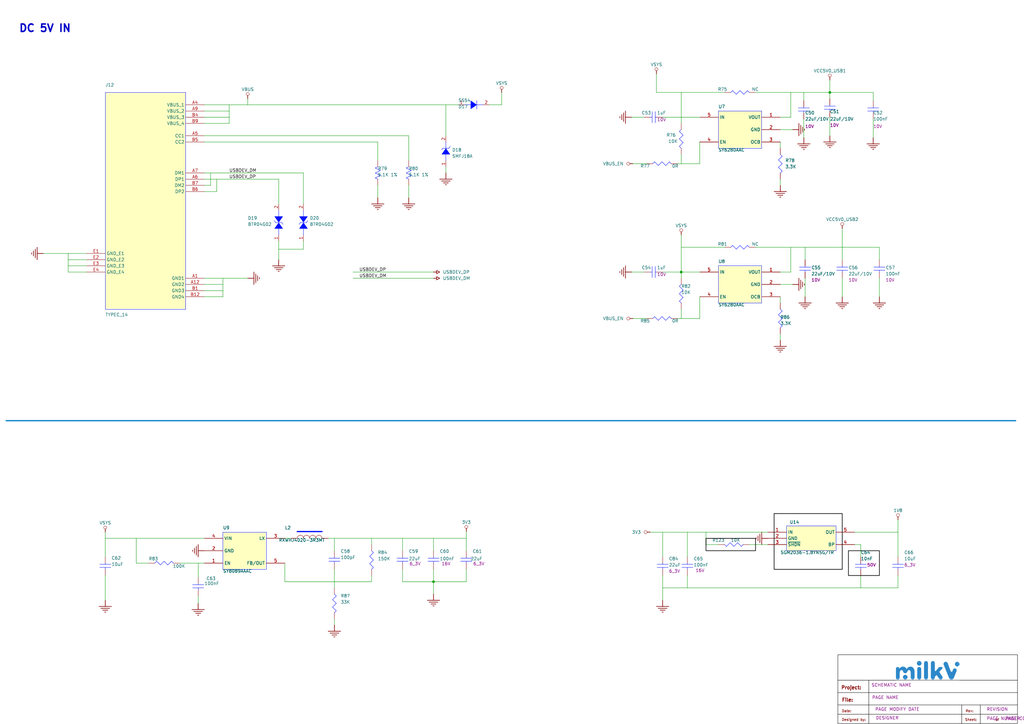
<source format=kicad_sch>
(kicad_sch (version 20250114) (generator "eeschema") (generator_version "9.0")
  (paper "User" 419.989 297.002)
  (title_block (rev "1.1"))
  (rectangle (start 345.44 210.6422) (end 317.5 233.5022) (stroke (width 0.254) (color 0 0 0 1)))
  (rectangle (start 360.68 225.8822) (end 347.98 236.0422) (stroke (width 0.254) (color 0 0 0 1)))
  (rectangle (start 309.88 220.8022) (end 289.56 225.8822) (stroke (width 0.254) (color 0 0 0 1)))
  (text "DC 5V IN" (at 7.62 13.5382 0) (effects (font (size 3.048 3.048) (thickness 0.6096) (bold yes)) (justify left bottom)))
  (junction (at 340.36 37.9222))
  (junction (at 279.4 111.5822))
  (junction (at 177.8 238.5822))
  (wire (pts (xy 55.88 220.8022) (xy 43.18 220.8022)))
  (wire (pts (xy 329.692 41.2242) (xy 329.692 37.9222)))
  (wire (pts (xy 200.66 43.0022) (xy 205.74 43.0022)))
  (wire (pts (xy 165.1 238.5822) (xy 165.1 233.5022)))
  (wire (pts (xy 27.94 109.0422) (xy 27.94 111.5822)))
  (wire (pts (xy 277.876 67.1322) (xy 279.4 67.1322)))
  (wire (pts (xy 83.82 43.0022) (xy 101.6 43.0022)))
  (wire (pts (xy 177.8 233.5022) (xy 177.8 238.5822)))
  (wire (pts (xy 91.44 116.6622) (xy 83.82 116.6622)))
  (wire (pts (xy 345.44 121.7422) (xy 345.44 114.1222)))
  (wire (pts (xy 177.8 238.5822) (xy 191.262 238.5822)))
  (wire (pts (xy 279.4 111.5822) (xy 271.78 111.5822)))
  (wire (pts (xy 177.8 220.8022) (xy 165.1 220.8022)))
  (wire (pts (xy 320.04 76.0222) (xy 320.04 73.4822)))
  (wire (pts (xy 329.692 56.4642) (xy 329.692 48.8442)))
  (wire (pts (xy 91.44 119.2022) (xy 91.44 121.7422)))
  (wire (pts (xy 152.4 220.8022) (xy 165.1 220.8022)))
  (wire (pts (xy 265.176 67.1322) (xy 259.588 67.1322)))
  (wire (pts (xy 27.94 103.9622) (xy 27.94 106.5022)))
  (wire (pts (xy 116.84 238.5822) (xy 116.84 230.9622)))
  (wire (pts (xy 177.8 238.5822) (xy 165.1 238.5822)))
  (wire (pts (xy 264.16 111.5822) (xy 259.08 111.5822)))
  (wire (pts (xy 289.56 218.2622) (xy 281.94 218.2622)))
  (wire (pts (xy 154.94 58.2422) (xy 83.82 58.2422)))
  (wire (pts (xy 27.94 106.5022) (xy 27.94 109.0422)))
  (wire (pts (xy 91.44 114.1222) (xy 91.44 116.6622)))
  (wire (pts (xy 124.46 102.1842) (xy 124.46 98.8822)))
  (wire (pts (xy 152.4 223.3422) (xy 152.4 220.8022)))
  (wire (pts (xy 167.64 65.8622) (xy 167.64 55.7022)))
  (wire (pts (xy 266.7 218.2622) (xy 281.94 218.2622)))
  (wire (pts (xy 152.4 238.5822) (xy 137.16 238.5822)))
  (wire (pts (xy 137.16 225.8822) (xy 137.16 220.8022)))
  (wire (pts (xy 345.44 101.4222) (xy 360.68 101.4222)))
  (wire (pts (xy 289.56 223.3422) (xy 289.56 218.2622)))
  (wire (pts (xy 320.04 60.7822) (xy 320.04 58.2422)))
  (wire (pts (xy 287.02 111.5822) (xy 279.4 111.5822)))
  (wire (pts (xy 177.8 114.1222) (xy 144.78 114.1222)))
  (wire (pts (xy 154.94 65.8622) (xy 154.94 58.2422)))
  (wire (pts (xy 297.18 101.4222) (xy 279.4 101.4222)))
  (wire (pts (xy 360.68 121.7422) (xy 360.68 114.1222)))
  (wire (pts (xy 353.06 241.1222) (xy 353.06 236.0422)))
  (wire (pts (xy 324.358 101.4222) (xy 309.88 101.4222)))
  (wire (pts (xy 265.176 130.6322) (xy 259.588 130.6322)))
  (wire (pts (xy 325.12 116.6622) (xy 320.04 116.6622)))
  (wire (pts (xy 101.6 43.0022) (xy 187.96 43.0022)))
  (wire (pts (xy 350.52 218.2622) (xy 368.3 218.2622)))
  (wire (pts (xy 134.62 220.8022) (xy 152.4 220.8022)))
  (wire (pts (xy 294.64 223.3422) (xy 289.56 223.3422)))
  (wire (pts (xy 114.3 102.1842) (xy 124.46 102.1842)))
  (wire (pts (xy 279.4 130.6322) (xy 287.02 130.6322)))
  (wire (pts (xy 287.02 130.6322) (xy 287.02 121.7422)))
  (wire (pts (xy 324.358 48.0822) (xy 320.04 48.0822)))
  (wire (pts (xy 368.3 241.1222) (xy 368.3 236.0422)))
  (wire (pts (xy 119.38 220.8022) (xy 116.84 220.8022)))
  (wire (pts (xy 279.4 114.1222) (xy 279.4 111.5822)))
  (wire (pts (xy 93.98 48.0822) (xy 93.98 45.5422)))
  (wire (pts (xy 88.9 73.4822) (xy 88.9 78.5622)))
  (wire (pts (xy 191.262 220.8022) (xy 191.262 218.0082)))
  (wire (pts (xy 93.98 45.5422) (xy 83.82 45.5422)))
  (wire (pts (xy 27.94 106.5022) (xy 35.56 106.5022)))
  (wire (pts (xy 114.3 102.1842) (xy 114.3 98.8822)))
  (wire (pts (xy 83.82 73.4822) (xy 114.3 73.4822)))
  (wire (pts (xy 279.4 67.1322) (xy 287.02 67.1322)))
  (wire (pts (xy 83.82 70.9422) (xy 124.46 70.9422)))
  (wire (pts (xy 330.2 101.4222) (xy 345.44 101.4222)))
  (wire (pts (xy 279.4 48.0822) (xy 287.02 48.0822)))
  (wire (pts (xy 345.44 106.5022) (xy 345.44 93.8022)))
  (wire (pts (xy 281.94 241.1222) (xy 281.94 236.0422)))
  (wire (pts (xy 177.8 243.6622) (xy 177.8 238.5822)))
  (wire (pts (xy 55.88 230.9622) (xy 55.88 220.8022)))
  (wire (pts (xy 81.28 236.8042) (xy 81.28 230.9622)))
  (wire (pts (xy 320.04 124.2822) (xy 320.04 121.7422)))
  (wire (pts (xy 340.36 37.9222) (xy 340.36 40.4622)))
  (wire (pts (xy 124.46 70.9422) (xy 124.46 83.6422)))
  (wire (pts (xy 182.88 55.7022) (xy 182.88 43.0022)))
  (wire (pts (xy 167.64 55.7022) (xy 83.82 55.7022)))
  (wire (pts (xy 281.94 241.1222) (xy 353.06 241.1222)))
  (wire (pts (xy 269.24 37.9222) (xy 269.24 30.3022)))
  (wire (pts (xy 271.78 241.1222) (xy 281.94 241.1222)))
  (wire (pts (xy 358.14 41.2242) (xy 358.14 37.9222)))
  (wire (pts (xy 271.78 246.2022) (xy 271.78 241.1222)))
  (wire (pts (xy 191.262 225.8822) (xy 191.262 220.8022)))
  (wire (pts (xy 324.358 101.4222) (xy 324.358 111.5822)))
  (wire (pts (xy 93.98 43.0022) (xy 93.98 45.5422)))
  (wire (pts (xy 277.876 130.6322) (xy 279.4 130.6322)))
  (wire (pts (xy 281.94 218.2622) (xy 281.94 228.4222)))
  (wire (pts (xy 271.78 228.4222) (xy 271.78 218.2622)))
  (wire (pts (xy 86.36 76.0222) (xy 83.82 76.0222)))
  (wire (pts (xy 279.4 130.6322) (xy 279.4 126.8222)))
  (wire (pts (xy 279.4 37.9222) (xy 279.4 48.0822)))
  (wire (pts (xy 43.18 220.8022) (xy 43.18 218.2622)))
  (wire (pts (xy 93.98 50.6222) (xy 83.82 50.6222)))
  (wire (pts (xy 360.68 101.4222) (xy 360.68 106.5022)))
  (wire (pts (xy 330.2 101.4222) (xy 324.358 101.4222)))
  (wire (pts (xy 297.18 37.9222) (xy 269.24 37.9222)))
  (wire (pts (xy 88.9 78.5622) (xy 83.82 78.5622)))
  (wire (pts (xy 330.2 121.7422) (xy 330.2 114.1222)))
  (wire (pts (xy 177.8 225.8822) (xy 177.8 220.8022)))
  (wire (pts (xy 205.74 43.0022) (xy 205.74 37.9222)))
  (wire (pts (xy 17.78 103.9622) (xy 35.56 103.9622)))
  (wire (pts (xy 353.06 223.3422) (xy 350.52 223.3422)))
  (wire (pts (xy 329.692 37.9222) (xy 340.36 37.9222)))
  (wire (pts (xy 101.6 40.4622) (xy 101.6 43.0022)))
  (wire (pts (xy 324.358 37.9222) (xy 309.88 37.9222)))
  (wire (pts (xy 279.4 50.6222) (xy 279.4 48.0822)))
  (wire (pts (xy 27.94 111.5822) (xy 35.56 111.5822)))
  (wire (pts (xy 27.94 109.0422) (xy 35.56 109.0422)))
  (wire (pts (xy 114.3 73.4822) (xy 114.3 83.6422)))
  (wire (pts (xy 167.64 81.1022) (xy 167.64 76.0222)))
  (wire (pts (xy 287.02 67.1322) (xy 287.02 58.2422)))
  (wire (pts (xy 91.44 119.2022) (xy 83.82 119.2022)))
  (wire (pts (xy 165.1 220.8022) (xy 165.1 225.8822)))
  (wire (pts (xy 314.96 218.2622) (xy 289.56 218.2622)))
  (wire (pts (xy 152.4 236.0422) (xy 152.4 238.5822)))
  (wire (pts (xy 43.18 228.4222) (xy 43.18 220.8022)))
  (wire (pts (xy 114.3 106.5022) (xy 114.3 102.1842)))
  (wire (pts (xy 137.16 238.5822) (xy 137.16 233.5022)))
  (wire (pts (xy 191.262 238.5822) (xy 191.262 233.5022)))
  (wire (pts (xy 324.358 111.5822) (xy 320.04 111.5822)))
  (wire (pts (xy 73.66 230.9622) (xy 83.82 230.9622)))
  (wire (pts (xy 353.06 241.1222) (xy 368.3 241.1222)))
  (wire (pts (xy 137.16 256.3622) (xy 137.16 253.8222)))
  (wire (pts (xy 358.14 56.4642) (xy 358.14 48.8442)))
  (wire (pts (xy 320.04 139.5222) (xy 320.04 136.9822)))
  (polyline (pts (xy 2.54 172.5422) (xy 416.56 172.5422)) (stroke (width 0.508) (type solid) (color 0 130 198 1)))
  (wire (pts (xy 83.82 48.0822) (xy 93.98 48.0822)))
  (wire (pts (xy 93.98 48.0822) (xy 93.98 50.6222)))
  (wire (pts (xy 368.3 228.4222) (xy 368.3 218.2622)))
  (wire (pts (xy 368.3 218.2622) (xy 368.3 213.1822)))
  (wire (pts (xy 91.44 116.6622) (xy 91.44 119.2022)))
  (wire (pts (xy 177.8 111.5822) (xy 144.78 111.5822)))
  (wire (pts (xy 43.18 246.2022) (xy 43.18 236.0422)))
  (wire (pts (xy 279.4 111.5822) (xy 279.4 96.3422)))
  (wire (pts (xy 91.44 121.7422) (xy 83.82 121.7422)))
  (wire (pts (xy 340.36 55.7022) (xy 340.36 48.0822)))
  (wire (pts (xy 329.692 37.9222) (xy 324.358 37.9222)))
  (wire (pts (xy 353.06 228.4222) (xy 353.06 223.3422)))
  (wire (pts (xy 264.16 48.0822) (xy 259.08 48.0822)))
  (wire (pts (xy 137.16 238.5822) (xy 116.84 238.5822)))
  (wire (pts (xy 330.2 106.5022) (xy 330.2 101.4222)))
  (wire (pts (xy 324.358 37.9222) (xy 324.358 48.0822)))
  (wire (pts (xy 60.96 230.9622) (xy 55.88 230.9622)))
  (wire (pts (xy 340.36 37.9222) (xy 340.36 32.8422)))
  (wire (pts (xy 325.12 53.1622) (xy 320.04 53.1622)))
  (wire (pts (xy 314.96 223.3422) (xy 307.34 223.3422)))
  (wire (pts (xy 86.36 70.9422) (xy 86.36 76.0222)))
  (wire (pts (xy 358.14 37.9222) (xy 340.36 37.9222)))
  (wire (pts (xy 154.94 81.1022) (xy 154.94 76.0222)))
  (wire (pts (xy 271.78 236.0422) (xy 271.78 241.1222)))
  (wire (pts (xy 182.88 70.9422) (xy 182.88 68.4022)))
  (wire (pts (xy 137.16 241.1222) (xy 137.16 238.5822)))
  (wire (pts (xy 55.88 220.8022) (xy 83.82 220.8022)))
  (wire (pts (xy 279.4 48.0822) (xy 271.78 48.0822)))
  (wire (pts (xy 83.82 114.1222) (xy 101.6 114.1222)))
  (wire (pts (xy 191.262 220.8022) (xy 177.8 220.8022)))
  (wire (pts (xy 81.28 247.4722) (xy 81.28 244.4242)))
  (wire (pts (xy 279.4 67.1322) (xy 279.4 63.3222)))
  (image (at 380.492 274.9042) (scale 0.289394))
  (label "USBDEV_DM" (at 93.98 70.9422 0))
  (label "USBDEV_DP" (at 93.98 73.4822 0))
  (label "USBDEV_DM" (at 147.32 114.1222 0))
  (label "USBDEV_DP" (at 147.32 111.5822 0))
  (symbol (lib_id "MN-Milk V -altium-import:VSYS_CIRCLE") (at 279.4 96.3422 180) (unit 1)
    (property "Reference" "#PWR?" (effects (hide yes)))
    (property "Value" "VSYS" (at 279.4 92.5322 0))
  )
  (symbol (lib_id "MN-Milk V -altium-import:GND_POWER_GROUND") (at 314.96 220.8022 270) (unit 1)
    (property "Reference" "#PWR?" (effects (hide yes)))
    (property "Value" "GND" (effects (hide yes)))
  )
  (symbol (lib_id "MN-Milk V -altium-import:root_0_CAP NP_0_*") (at 355.6 43.7642 0) (unit 0)
    (property "Reference" "C52" (at 358.14 45.5422 0) (effects (justify left top)))
    (property "Value" "100nF" (at 358.14 48.0822 0) (effects (justify left top)))
    (property "Footprint" "C0402" (effects (hide yes)))
    (property "Description" "cap,100.00nF,+/-10%,10V,X5R,C0402" (effects (hide yes)))
    (property "VOLTAGE" "10V" (at 358.14 51.1302 0) (effects (justify left top)))
    (property "PCB FOOTPRINT" "C0402" (effects (hide yes)))
    (property "DIELECTRIC" "X5R" (effects (hide yes)))
    (property "PART REFERENCE" "C52" (effects (hide yes)))
    (property "ALTIUM_VALUE" "100nF" (effects (hide yes)))
    (property "PRIORITY" "A" (effects (hide yes)))
    (property "PART TYPE" "C0402" (effects (hide yes)))
    (property "TOLERANCE" "10%" (effects (hide yes)))
    (property "MANUFACTURER" "TDK" (effects (hide yes)))
    (property "MANUFACTURER PN" "C1005X5R1A104K050BA" (effects (hide yes)))
  )
  (symbol (lib_id "MN-Milk V -altium-import:root_1_RESISTOR_2_*") (at 299.72 40.4622 0) (unit 0)
    (property "Reference" "R75" (at 294.386 35.8902 0) (effects (justify left top)))
    (property "Value" "NC" (at 308.356 35.8902 0) (effects (justify left top)))
    (property "Footprint" "R0402" (effects (hide yes)))
    (property "Description" "Í¨ÓÃºñÄ¤µç×è,10K,+/-5%,R0402,1/16W." (effects (hide yes)))
    (property "PCB FOOTPRINT" "R0805" (effects (hide yes)))
    (property "TOLERANCE" "5%" (effects (hide yes)))
    (property "PART REFERENCE" "R75" (effects (hide yes)))
    (property "ALTIUM_VALUE" "NC" (effects (hide yes)))
    (property "PRIORITY" "A" (effects (hide yes)))
    (property "PART TYPE" "Í¨ÓÃºñÄ¤µç×è" (effects (hide yes)))
    (property "WATTAGE" "1/16W" (effects (hide yes)))
    (property "MANUFACTURER" "YAGEO" (effects (hide yes)))
    (property "MANUFACTURER PN" "RC0402JR-0710KL" (effects (hide yes)))
  )
  (symbol (lib_id "MN-Milk V -altium-import:GND_POWER_GROUND") (at 154.94 81.1022 0) (unit 1)
    (property "Reference" "#PWR?" (effects (hide yes)))
    (property "Value" "GND" (effects (hide yes)))
  )
  (symbol (lib_id "MN-Milk V -altium-import:root_0_CAP NP_0_*") (at 350.52 230.9622 0) (unit 0)
    (property "Reference" "C64" (at 353.06 225.8822 0) (effects (justify left top)))
    (property "Value" "10nF" (at 353.06 228.4222 0) (effects (justify left top)))
    (property "Footprint" "C0402" (effects (hide yes)))
    (property "Description" "cap,100.00nF,+/-10%,16V,X5R,C0402" (effects (hide yes)))
    (property "VOLTAGE" "50V" (at 355.6 230.9622 0) (effects (justify left top)))
    (property "PCB FOOTPRINT" "C0402" (effects (hide yes)))
    (property "DIELECTRIC" "X5R" (effects (hide yes)))
    (property "PART REFERENCE" "C64" (effects (hide yes)))
    (property "ALTIUM_VALUE" "10nF" (effects (hide yes)))
    (property "PRIORITY" "A" (effects (hide yes)))
    (property "PART TYPE" "C0402" (effects (hide yes)))
    (property "TOLERANCE" "10%" (effects (hide yes)))
    (property "MANUFACTURER" "TDK" (effects (hide yes)))
    (property "MANUFACTURER PN" "C1005X5R1C104K050BA" (effects (hide yes)))
  )
  (symbol (lib_id "MN-Milk V -altium-import:root_0_mirrored_CAP NP_0_*") (at 274.32 230.9622 0) (unit 0)
    (property "Reference" "C84" (at 274.32 228.4222 0) (effects (justify left top)))
    (property "Value" "22uF" (at 274.32 230.9622 0) (effects (justify left top)))
    (property "Footprint" "C0603" (effects (hide yes)))
    (property "Description" "cap,10.00uF,+/-10%,6.3V,X5R,C0603" (effects (hide yes)))
    (property "VOLTAGE" "6_3V" (at 274.32 233.5022 0) (effects (justify left top)))
    (property "PCB FOOTPRINT" "C0603" (effects (hide yes)))
    (property "DIELECTRIC" "X5R" (effects (hide yes)))
    (property "PART REFERENCE" "C84" (effects (hide yes)))
    (property "ALTIUM_VALUE" "22uF" (effects (hide yes)))
    (property "PRIORITY" "A" (effects (hide yes)))
    (property "PART TYPE" "C0603" (effects (hide yes)))
    (property "TOLERANCE" "10%" (effects (hide yes)))
    (property "MANUFACTURER" "TDK" (effects (hide yes)))
    (property "MANUFACTURER PN" "C1608X5R0J106K080AB" (effects (hide yes)))
  )
  (symbol (lib_id "MN-Milk V -altium-import:root_1_mirrored_RESISTOR_0_*") (at 275.336 69.6722 0) (unit 0)
    (property "Reference" "R77" (at 262.636 67.3862 0) (effects (justify left top)))
    (property "Value" "0R" (at 275.59 67.3862 0) (effects (justify left top)))
    (property "Footprint" "R0402" (effects (hide yes)))
    (property "Description" "Í¨ÓÃºñÄ¤µç×è,0R,+/-5%,R0402,1/16W." (effects (hide yes)))
    (property "PCB FOOTPRINT" "R0402" (effects (hide yes)))
    (property "TOLERANCE" "5%" (effects (hide yes)))
    (property "PART REFERENCE" "R77" (effects (hide yes)))
    (property "ALTIUM_VALUE" "0R" (effects (hide yes)))
    (property "PRIORITY" "A" (effects (hide yes)))
    (property "PART TYPE" "Í¨ÓÃºñÄ¤µç×è" (effects (hide yes)))
    (property "WATTAGE" "1/16W" (effects (hide yes)))
    (property "MANUFACTURER" "YAGEO" (effects (hide yes)))
    (property "MANUFACTURER PN" "RC0402JR-070RL" (effects (hide yes)))
  )
  (symbol (lib_id "MN-Milk V -altium-import:root_0_MILK-V_*") (at 343.662 268.5542 0) (unit 0)
    (property "Reference" "*" (at 343.408 299.5422 0) (effects (justify left bottom)))
    (property "Value" "${VALUE}" (effects (hide yes)))
    (property "PAGE COUNT" "${PAGE COUNT}" (at 412.242 293.9542 0) (effects (justify left top)))
    (property "PAGE NUMBER" "${PAGE NUMBER}" (at 404.622 293.9542 0) (effects (justify left top)))
    (property "DESIGNER" "${DESIGNER}" (at 359.156 293.7002 0) (effects (justify left top)))
    (property "PAGE MODIFY DATE" "${PAGE MODIFY DATE}" (at 358.902 290.1442 0) (effects (justify left top)))
    (property "TITLE" "${TITLE}" (effects (hide yes)))
    (property "REVCODE" "${REVCODE}" (effects (hide yes)))
    (property "PAGE NAME" "${PAGE NAME}" (at 357.632 285.3182 0) (effects (justify left top)))
    (property "SCHEMATIC NAME" "${SCHEMATIC NAME}" (at 357.378 280.2382 0) (effects (justify left top)))
    (property "REVISION" "${REVISION}" (at 404.622 290.1442 0) (effects (justify left top)))
    (property "ORGADDR4" "${ORGADDR4}" (effects (hide yes)))
    (property "ORGADDR3" "${ORGADDR3}" (effects (hide yes)))
    (property "ORGADDR2" "${ORGADDR2}" (effects (hide yes)))
    (property "ORGADDR1" "${ORGADDR1}" (effects (hide yes)))
    (property "ORGNAME" "${ORGNAME}" (effects (hide yes)))
    (property "CAGE CODE" "${CAGE CODE}" (effects (hide yes)))
    (property "DOC" "${DOC}" (effects (hide yes)))
  )
  (symbol (lib_id "MN-Milk V -altium-import:GND_POWER_GROUND") (at 360.68 121.7422 0) (unit 1)
    (property "Reference" "#PWR?" (effects (hide yes)))
    (property "Value" "GND" (effects (hide yes)))
  )
  (symbol (lib_id "MN-Milk V -altium-import:GND_POWER_GROUND") (at 43.18 246.2022 0) (unit 1)
    (property "Reference" "#PWR?" (effects (hide yes)))
    (property "Value" "GND" (effects (hide yes)))
  )
  (symbol (lib_id "MN-Milk V -altium-import:root_0_mirrored_CAP NP_0_*") (at 45.72 230.9622 0) (unit 0)
    (property "Reference" "C62" (at 45.72 228.1682 0) (effects (justify left top)))
    (property "Value" "10uF" (at 45.72 230.7082 0) (effects (justify left top)))
    (property "Footprint" "C0603" (effects (hide yes)))
    (property "Description" "cap,10.00uF,+/-10%,10V,X5R,C0805" (effects (hide yes)))
    (property "VOLTAGE" "10V" (effects (hide yes)))
    (property "PCB FOOTPRINT" "C0603" (effects (hide yes)))
    (property "DIELECTRIC" "X5R" (effects (hide yes)))
    (property "PART REFERENCE" "C62" (effects (hide yes)))
    (property "ALTIUM_VALUE" "10uF" (effects (hide yes)))
    (property "MANUFACTURER PN" "C2012X5R1A106K125AB" (effects (hide yes)))
    (property "MANUFACTURER" "TDK" (effects (hide yes)))
    (property "TOLERANCE" "10%" (effects (hide yes)))
    (property "PART TYPE" "C0805" (effects (hide yes)))
    (property "PRIORITY" "A" (effects (hide yes)))
  )
  (symbol (lib_id "MN-Milk V -altium-import:VCC5V0_USB2_CIRCLE") (at 345.44 93.8022 180) (unit 1)
    (property "Reference" "#PWR?" (effects (hide yes)))
    (property "Value" "VCC5V0_USB2" (at 345.44 89.9922 0))
  )
  (symbol (lib_id "MN-Milk V -altium-import:root_0_RESISTOR_0_*") (at 149.86 225.8822 0) (unit 0)
    (property "Reference" "R84" (at 154.94 225.8822 0) (effects (justify left top)))
    (property "Value" "150K" (at 154.94 228.4222 0) (effects (justify left top)))
    (property "Footprint" "R0402" (effects (hide yes)))
    (property "Description" "Í¨ÓÃºñÄ¤µç×è,150K,+/-1%,R0402,1/16W." (effects (hide yes)))
    (property "PCB FOOTPRINT" "R0402" (effects (hide yes)))
    (property "TOLERANCE" "1%" (effects (hide yes)))
    (property "PART REFERENCE" "R84" (effects (hide yes)))
    (property "ALTIUM_VALUE" "150K" (effects (hide yes)))
    (property "PRIORITY" "A" (effects (hide yes)))
    (property "PART TYPE" "Í¨ÓÃºñÄ¤µç×è" (effects (hide yes)))
    (property "WATTAGE" "1/16W" (effects (hide yes)))
    (property "MANUFACTURER" "YAGEO" (effects (hide yes)))
    (property "MANUFACTURER PN" "RC0402FR-07150KL" (effects (hide yes)))
  )
  (symbol (lib_id "MN-Milk V -altium-import:VBUS_EN_CIRCLE") (at 259.588 67.1322 270) (unit 1)
    (property "Reference" "#PWR?" (effects (hide yes)))
    (property "Value" "VBUS_EN" (at 255.778 67.1322 90) (effects (justify right)))
  )
  (symbol (lib_id "MN-Milk V -altium-import:GND_POWER_GROUND") (at 345.44 121.7422 0) (unit 1)
    (property "Reference" "#PWR?" (effects (hide yes)))
    (property "Value" "GND" (effects (hide yes)))
  )
  (symbol (lib_id "MN-Milk V -altium-import:USBDEV_DM_ARROW") (at 177.8 114.1222 90) (unit 1)
    (property "Reference" "#PWR?" (effects (hide yes)))
    (property "Value" "USBDEV_DM" (at 181.61 114.1222 90) (effects (justify right)))
  )
  (symbol (lib_id "MN-Milk V -altium-import:VSYS_CIRCLE") (at 269.24 30.3022 180) (unit 1)
    (property "Reference" "#PWR?" (effects (hide yes)))
    (property "Value" "VSYS" (at 269.24 26.4922 0))
  )
  (symbol (lib_id "MN-Milk V -altium-import:VBUS_EN_CIRCLE") (at 259.588 130.6322 270) (unit 1)
    (property "Reference" "#PWR?" (effects (hide yes)))
    (property "Value" "VBUS_EN" (at 255.778 130.6322 90) (effects (justify right)))
  )
  (symbol (lib_id "MN-Milk V -altium-import:GND_POWER_GROUND") (at 167.64 81.1022 0) (unit 1)
    (property "Reference" "#PWR?" (effects (hide yes)))
    (property "Value" "GND" (effects (hide yes)))
  )
  (symbol (lib_id "MN-Milk V -altium-import:root_0_mirrored_CAP NP_0_*") (at 370.84 230.9622 0) (unit 0)
    (property "Reference" "C66" (at 370.84 225.8822 0) (effects (justify left top)))
    (property "Value" "10uF" (at 370.84 228.4222 0) (effects (justify left top)))
    (property "Footprint" "C0603" (effects (hide yes)))
    (property "Description" "cap,10.00uF,+/-10%,6.3V,X5R,C0603" (effects (hide yes)))
    (property "VOLTAGE" "6_3V" (at 370.84 230.9622 0) (effects (justify left top)))
    (property "PCB FOOTPRINT" "C0603" (effects (hide yes)))
    (property "DIELECTRIC" "X5R" (effects (hide yes)))
    (property "PART REFERENCE" "C66" (effects (hide yes)))
    (property "ALTIUM_VALUE" "10uF" (effects (hide yes)))
    (property "PRIORITY" "A" (effects (hide yes)))
    (property "PART TYPE" "C0603" (effects (hide yes)))
    (property "TOLERANCE" "10%" (effects (hide yes)))
    (property "MANUFACTURER" "TDK" (effects (hide yes)))
    (property "MANUFACTURER PN" "C1608X5R0J106K080AB" (effects (hide yes)))
  )
  (symbol (lib_id "MN-Milk V -altium-import:root_1_mirrored_CAP NP_0_*") (at 269.24 114.1222 0) (unit 0)
    (property "Reference" "C54" (at 263.144 109.0422 0) (effects (justify left top)))
    (property "Value" "1uF" (at 269.494 109.0422 0) (effects (justify left top)))
    (property "Footprint" "C0402" (effects (hide yes)))
    (property "Description" "cap,1.00uF,+/-10%,10V,X5R,C0402" (effects (hide yes)))
    (property "VOLTAGE" "10V" (at 269.494 111.8362 0) (effects (justify left top)))
    (property "PCB FOOTPRINT" "C0402" (effects (hide yes)))
    (property "DIELECTRIC" "X5R" (effects (hide yes)))
    (property "PART REFERENCE" "C54" (effects (hide yes)))
    (property "ALTIUM_VALUE" "1uF" (effects (hide yes)))
    (property "MANUFACTURER PN" "C1005X5R1A105K050BB" (effects (hide yes)))
    (property "MANUFACTURER" "TDK" (effects (hide yes)))
    (property "TOLERANCE" "10%" (effects (hide yes)))
    (property "PART TYPE" "C0402" (effects (hide yes)))
    (property "PRIORITY" "A" (effects (hide yes)))
  )
  (symbol (lib_id "MN-Milk V -altium-import:GND_POWER_GROUND") (at 330.2 121.7422 0) (unit 1)
    (property "Reference" "#PWR?" (effects (hide yes)))
    (property "Value" "GND" (effects (hide yes)))
  )
  (symbol (lib_id "MN-Milk V -altium-import:GND_POWER_GROUND") (at 325.12 116.6622 90) (unit 1)
    (property "Reference" "#PWR?" (effects (hide yes)))
    (property "Value" "GND" (effects (hide yes)))
  )
  (symbol (lib_id "MN-Milk V -altium-import:root_1_R_*") (at 165.1 73.4822 0) (unit 0)
    (property "Reference" "R80" (at 167.64 68.4022 0) (effects (justify left top)))
    (property "Value" "5.1K 1%" (at 167.64 70.9422 0) (effects (justify left top)))
    (property "Footprint" "R0402" (effects (hide yes)))
    (property "Description" "ÌùÆ¬ µç×è 0402 5.1K¦¸ ¡À1£¥" (effects (hide yes)))
    (property "LEVEL" "STD" (effects (hide yes)))
    (property "PKG_TYPE" "2" (effects (hide yes)))
    (property "PARTS" "1" (effects (hide yes)))
    (property "PINSWAP" "(A,B)" (effects (hide yes)))
    (property "ORIGINALSYMBOLORIGIN" "(10,20)" (effects (hide yes)))
    (property "ALTIUM_VALUE" "5.1K 1%" (effects (hide yes)))
    (property "PART REFERENCE" "R80" (effects (hide yes)))
    (property "PCB FOOTPRINT" "R0402" (effects (hide yes)))
    (property "PART TYPE" "Part\\µç×ÓÎïÁÏ\\µç×è\\ÌùÆ¬µç×è" (effects (hide yes)))
    (property "PART NUMBER" "811020512002" (effects (hide yes)))
  )
  (symbol (lib_id "MN-Milk V -altium-import:root_2_mirrored_DCDC_SY8088_*") (at 91.44 233.5022 0) (unit 0)
    (property "Reference" "U9" (at 91.44 215.7222 0) (effects (justify left top)))
    (property "Value" "SY8089AAAC" (at 91.44 233.5022 0) (effects (justify left top)))
    (property "Footprint" "SOT_23_5" (effects (hide yes)))
    (property "Description" "1A, 1.5MHz Step-Down Converter in SOT23-5 Package" (effects (hide yes)))
    (property "PCB FOOTPRINT" "SOT_23_5" (effects (hide yes)))
    (property "PART REFERENCE" "U9" (effects (hide yes)))
    (property "ALTIUM_VALUE" "SY8089AAAC" (effects (hide yes)))
    (property "PRIORITY" "A" (effects (hide yes)))
    (property "PART TYPE" "DCDC" (effects (hide yes)))
    (property "MANUFACTURER PN" "ETA3486" (effects (hide yes)))
  )
  (symbol (lib_id "MN-Milk V -altium-import:root_0_CAP NP_0_*") (at 327.152 43.7642 0) (unit 0)
    (property "Reference" "C50" (at 330.2 45.5422 0) (effects (justify left top)))
    (property "Value" "22uF/10V" (at 330.2 48.0822 0) (effects (justify left top)))
    (property "Footprint" "C0603" (effects (hide yes)))
    (property "Description" "cap,100.00nF,+/-10%,10V,X5R,C0402" (effects (hide yes)))
    (property "VOLTAGE" "10V" (at 330.2 51.1302 0) (effects (justify left top)))
    (property "PCB FOOTPRINT" "C0603" (effects (hide yes)))
    (property "DIELECTRIC" "X5R" (effects (hide yes)))
    (property "PART REFERENCE" "C50" (effects (hide yes)))
    (property "ALTIUM_VALUE" "22uF/10V" (effects (hide yes)))
    (property "MANUFACTURER PN" "C1005X5R1A104K050BA" (effects (hide yes)))
    (property "MANUFACTURER" "TDK" (effects (hide yes)))
    (property "TOLERANCE" "10%" (effects (hide yes)))
    (property "PART TYPE" "C0402" (effects (hide yes)))
    (property "PRIORITY" "A" (effects (hide yes)))
  )
  (symbol (lib_id "MN-Milk V -altium-import:root_0_CAP NP_0_*") (at 134.62 228.4222 0) (unit 0)
    (property "Reference" "C58" (at 139.7 225.3742 0) (effects (justify left top)))
    (property "Value" "100pF" (at 139.7 227.9142 0) (effects (justify left top)))
    (property "Footprint" "C0402" (effects (hide yes)))
    (property "Description" "cap,100.00pF,+/-10%,50V,C0G,C0402" (effects (hide yes)))
    (property "VOLTAGE" "50V" (effects (hide yes)))
    (property "PCB FOOTPRINT" "C0402" (effects (hide yes)))
    (property "DIELECTRIC" "C0G" (effects (hide yes)))
    (property "PART REFERENCE" "C58" (effects (hide yes)))
    (property "ALTIUM_VALUE" "100pF" (effects (hide yes)))
    (property "PRIORITY" "A" (effects (hide yes)))
    (property "PART TYPE" "C0402" (effects (hide yes)))
    (property "TOLERANCE" "10%" (effects (hide yes)))
    (property "MANUFACTURER" "TDK" (effects (hide yes)))
    (property "MANUFACTURER PN" "C1005C0G1H101K050BA" (effects (hide yes)))
  )
  (symbol (lib_id "MN-Milk V -altium-import:root_0_CAP NP_0_*") (at 342.9 109.0422 0) (unit 0)
    (property "Reference" "C56" (at 347.98 109.0422 0) (effects (justify left top)))
    (property "Value" "22uF/10V" (at 347.98 111.5822 0) (effects (justify left top)))
    (property "Footprint" "C0603" (effects (hide yes)))
    (property "Description" "cap,100.00nF,+/-10%,10V,X5R,C0402" (effects (hide yes)))
    (property "VOLTAGE" "10V" (at 347.98 114.1222 0) (effects (justify left top)))
    (property "PCB FOOTPRINT" "C0603" (effects (hide yes)))
    (property "DIELECTRIC" "X5R" (effects (hide yes)))
    (property "PART REFERENCE" "C56" (effects (hide yes)))
    (property "ALTIUM_VALUE" "22uF/10V" (effects (hide yes)))
    (property "PRIORITY" "A" (effects (hide yes)))
    (property "PART TYPE" "C0402" (effects (hide yes)))
    (property "TOLERANCE" "10%" (effects (hide yes)))
    (property "MANUFACTURER" "TDK" (effects (hide yes)))
    (property "MANUFACTURER PN" "C1005X5R1A104K050BA" (effects (hide yes)))
  )
  (symbol (lib_id "MN-Milk V -altium-import:GND_POWER_GROUND") (at 340.36 55.7022 0) (unit 1)
    (property "Reference" "#PWR?" (effects (hide yes)))
    (property "Value" "GND" (effects (hide yes)))
  )
  (symbol (lib_id "MN-Milk V -altium-import:root_0_mirrored_CAP NP_0_*") (at 167.64 228.4222 0) (unit 0)
    (property "Reference" "C59" (at 167.64 225.3742 0) (effects (justify left top)))
    (property "Value" "22uF" (at 167.64 228.4222 0) (effects (justify left top)))
    (property "Footprint" "C0603" (effects (hide yes)))
    (property "Description" "cap,10.00uF,+/-10%,6.3V,X5R,C0603" (effects (hide yes)))
    (property "VOLTAGE" "6_3V" (at 167.894 230.4542 0) (effects (justify left top)))
    (property "PCB FOOTPRINT" "C0603" (effects (hide yes)))
    (property "DIELECTRIC" "X5R" (effects (hide yes)))
    (property "PART REFERENCE" "C59" (effects (hide yes)))
    (property "ALTIUM_VALUE" "22uF" (effects (hide yes)))
    (property "MANUFACTURER PN" "C1608X5R0J106K080AB" (effects (hide yes)))
    (property "MANUFACTURER" "TDK" (effects (hide yes)))
    (property "TOLERANCE" "10%" (effects (hide yes)))
    (property "PART TYPE" "C0603" (effects (hide yes)))
    (property "PRIORITY" "A" (effects (hide yes)))
  )
  (symbol (lib_id "MN-Milk V -altium-import:GND_POWER_GROUND") (at 320.04 76.0222 0) (unit 1)
    (property "Reference" "#PWR?" (effects (hide yes)))
    (property "Value" "GND" (effects (hide yes)))
  )
  (symbol (lib_id "MN-Milk V -altium-import:root_0_mirrored_SWITCH_SY6280_*") (at 312.42 109.0422 0) (unit 0)
    (property "Reference" "U8" (at 294.64 106.5022 0) (effects (justify left top)))
    (property "Value" "SY6280AAC" (at 294.64 124.2822 0) (effects (justify left top)))
    (property "Footprint" "SOT_23_5" (effects (hide yes)))
    (property "Description" "Low Loss Power Distribution Switch" (effects (hide yes)))
    (property "PCB FOOTPRINT" "SOT_23_5" (effects (hide yes)))
    (property "PART REFERENCE" "U8" (effects (hide yes)))
    (property "ALTIUM_VALUE" "SY6280AAC" (effects (hide yes)))
    (property "MANUFACTURER PN" "SY6280AAC" (effects (hide yes)))
    (property "MANUFACTURER" "Silergy£¨ÎùÁ¦½Ü£©" (effects (hide yes)))
    (property "PART TYPE" "Switch" (effects (hide yes)))
    (property "PRIORITY" "A" (effects (hide yes)))
  )
  (symbol (lib_id "MN-Milk V -altium-import:root_1_mirrored_CAP NP_0_*") (at 269.24 50.6222 0) (unit 0)
    (property "Reference" "C53" (at 263.144 45.5422 0) (effects (justify left top)))
    (property "Value" "1uF" (at 269.494 45.5422 0) (effects (justify left top)))
    (property "Footprint" "C0402" (effects (hide yes)))
    (property "Description" "cap,1.00uF,+/-10%,10V,X5R,C0402" (effects (hide yes)))
    (property "VOLTAGE" "10V" (at 269.494 48.3362 0) (effects (justify left top)))
    (property "PCB FOOTPRINT" "C0402" (effects (hide yes)))
    (property "DIELECTRIC" "X5R" (effects (hide yes)))
    (property "PART REFERENCE" "C53" (effects (hide yes)))
    (property "ALTIUM_VALUE" "1uF" (effects (hide yes)))
    (property "MANUFACTURER PN" "C1005X5R1A105K050BB" (effects (hide yes)))
    (property "MANUFACTURER" "TDK" (effects (hide yes)))
    (property "TOLERANCE" "10%" (effects (hide yes)))
    (property "PART TYPE" "C0402" (effects (hide yes)))
    (property "PRIORITY" "A" (effects (hide yes)))
  )
  (symbol (lib_id "MN-Milk V -altium-import:root_0_CAP NP_0_*") (at 337.82 43.0022 0) (unit 0)
    (property "Reference" "C51" (at 340.36 45.0342 0) (effects (justify left top)))
    (property "Value" "22uF/10V" (at 340.36 48.0822 0) (effects (justify left top)))
    (property "Footprint" "C0603" (effects (hide yes)))
    (property "Description" "cap,100.00nF,+/-10%,10V,X5R,C0402" (effects (hide yes)))
    (property "VOLTAGE" "10V" (at 340.36 50.6222 0) (effects (justify left top)))
    (property "PCB FOOTPRINT" "C0603" (effects (hide yes)))
    (property "DIELECTRIC" "X5R" (effects (hide yes)))
    (property "PART REFERENCE" "C51" (effects (hide yes)))
    (property "ALTIUM_VALUE" "22uF/10V" (effects (hide yes)))
    (property "PRIORITY" "A" (effects (hide yes)))
    (property "PART TYPE" "C0402" (effects (hide yes)))
    (property "TOLERANCE" "10%" (effects (hide yes)))
    (property "MANUFACTURER" "TDK" (effects (hide yes)))
    (property "MANUFACTURER PN" "C1005X5R1A104K050BA" (effects (hide yes)))
  )
  (symbol (lib_id "MN-Milk V -altium-import:root_0_RESISTOR_0_*") (at 134.62 243.6622 0) (unit 0)
    (property "Reference" "R87" (at 139.7 243.6622 0) (effects (justify left top)))
    (property "Value" "33K" (at 139.7 246.2022 0) (effects (justify left top)))
    (property "Footprint" "R0402" (effects (hide yes)))
    (property "Description" "Í¨ÓÃºñÄ¤µç×è,33K,+/-1%,R0402,1/16W." (effects (hide yes)))
    (property "PCB FOOTPRINT" "R0402" (effects (hide yes)))
    (property "TOLERANCE" "1%" (effects (hide yes)))
    (property "PART REFERENCE" "R87" (effects (hide yes)))
    (property "ALTIUM_VALUE" "33K" (effects (hide yes)))
    (property "MANUFACTURER PN" "RC0402FR-0733KL" (effects (hide yes)))
    (property "MANUFACTURER" "YAGEO" (effects (hide yes)))
    (property "WATTAGE" "1/16W" (effects (hide yes)))
    (property "PART TYPE" "Í¨ÓÃºñÄ¤µç×è" (effects (hide yes)))
    (property "PRIORITY" "A" (effects (hide yes)))
  )
  (symbol (lib_id "MN-Milk V -altium-import:root_0_CAP NP_0_*") (at 175.26 228.4222 0) (unit 0)
    (property "Reference" "C60" (at 180.34 225.3742 0) (effects (justify left top)))
    (property "Value" "100nF" (at 180.34 228.4222 0) (effects (justify left top)))
    (property "Footprint" "C0402" (effects (hide yes)))
    (property "Description" "cap,100.00nF,+/-10%,16V,X5R,C0402" (effects (hide yes)))
    (property "VOLTAGE" "16V" (at 181.102 230.4542 0) (effects (justify left top)))
    (property "PCB FOOTPRINT" "C0402" (effects (hide yes)))
    (property "DIELECTRIC" "X5R" (effects (hide yes)))
    (property "PART REFERENCE" "C60" (effects (hide yes)))
    (property "ALTIUM_VALUE" "100nF" (effects (hide yes)))
    (property "PRIORITY" "A" (effects (hide yes)))
    (property "PART TYPE" "C0402" (effects (hide yes)))
    (property "TOLERANCE" "10%" (effects (hide yes)))
    (property "MANUFACTURER" "TDK" (effects (hide yes)))
    (property "MANUFACTURER PN" "C1005X5R1C104K050BA" (effects (hide yes)))
  )
  (symbol (lib_id "MN-Milk V -altium-import:GND_POWER_GROUND") (at 17.78 103.9622 270) (unit 1)
    (property "Reference" "#PWR?" (effects (hide yes)))
    (property "Value" "GND" (effects (hide yes)))
  )
  (symbol (lib_id "MN-Milk V -altium-import:3V3_CIRCLE") (at 191.262 218.0082 180) (unit 1)
    (property "Reference" "#PWR?" (effects (hide yes)))
    (property "Value" "3V3" (at 191.262 214.1982 0))
  )
  (symbol (lib_id "MN-Milk V -altium-import:GND_POWER_GROUND") (at 271.78 246.2022 0) (unit 1)
    (property "Reference" "#PWR?" (effects (hide yes)))
    (property "Value" "GND" (effects (hide yes)))
  )
  (symbol (lib_id "MN-Milk V -altium-import:GND_POWER_GROUND") (at 259.08 48.0822 270) (unit 1)
    (property "Reference" "#PWR?" (effects (hide yes)))
    (property "Value" "GND" (effects (hide yes)))
  )
  (symbol (lib_id "MN-Milk V -altium-import:GND_POWER_GROUND") (at 259.08 111.5822 270) (unit 1)
    (property "Reference" "#PWR?" (effects (hide yes)))
    (property "Value" "GND" (effects (hide yes)))
  )
  (symbol (lib_id "MN-Milk V -altium-import:root_1_INDUCTORS OF FERRITE_*") (at 121.92 220.8022 0) (unit 0)
    (property "Reference" "L2" (at 116.84 215.7222 0) (effects (justify left top)))
    (property "Value" "RXWHJ4020-3R3MT" (at 114.3 220.8022 0) (effects (justify left top)))
    (property "Footprint" "L_4018" (effects (hide yes)))
    (property "Description" "Power Inductor,3.3uH,0.2,IND_303015" (effects (hide yes)))
    (property "PCB FOOTPRINT" "L_4018" (effects (hide yes)))
    (property "PART REFERENCE" "L2" (effects (hide yes)))
    (property "ALTIUM_VALUE" "RXWHJ4020-3R3MT" (effects (hide yes)))
    (property "PRIORITY" "A" (effects (hide yes)))
    (property "PART TYPE" "POWER_IND" (effects (hide yes)))
    (property "TOLERANCE" "20%" (effects (hide yes)))
    (property "RESONACE FREQUENCY" "68M" (effects (hide yes)))
    (property "MANUFACTURER" "sunlord" (effects (hide yes)))
    (property "MANUFACTURER PN" "SWPA3015S3R3MT" (effects (hide yes)))
  )
  (symbol (lib_id "MN-Milk V -altium-import:USBDEV_DP_ARROW") (at 177.8 111.5822 90) (unit 1)
    (property "Reference" "#PWR?" (effects (hide yes)))
    (property "Value" "USBDEV_DP" (at 181.61 111.5822 90) (effects (justify right)))
  )
  (symbol (lib_id "MN-Milk V -altium-import:GND_POWER_GROUND") (at 177.8 243.6622 0) (unit 1)
    (property "Reference" "#PWR?" (effects (hide yes)))
    (property "Value" "GND" (effects (hide yes)))
  )
  (symbol (lib_id "MN-Milk V -altium-import:root_0_RESISTOR_0_*") (at 317.5 126.8222 0) (unit 0)
    (property "Reference" "R86" (at 320.04 129.3622 0) (effects (justify left top)))
    (property "Value" "3.3K" (at 320.04 131.9022 0) (effects (justify left top)))
    (property "Footprint" "R0402" (effects (hide yes)))
    (property "Description" "Í¨ÓÃºñÄ¤µç×è,4K7,+/-5%,R0402,1/16W." (effects (hide yes)))
    (property "PCB FOOTPRINT" "R0402" (effects (hide yes)))
    (property "TOLERANCE" "5%" (effects (hide yes)))
    (property "PART REFERENCE" "R86" (effects (hide yes)))
    (property "ALTIUM_VALUE" "3.3K" (effects (hide yes)))
    (property "PRIORITY" "A" (effects (hide yes)))
    (property "PART TYPE" "Í¨ÓÃºñÄ¤µç×è" (effects (hide yes)))
    (property "WATTAGE" "1/16W" (effects (hide yes)))
    (property "MANUFACTURER" "YAGEO" (effects (hide yes)))
    (property "MANUFACTURER PN" "RC0402JR-074K7L" (effects (hide yes)))
  )
  (symbol (lib_id "MN-Milk V -altium-import:root_1_RESISTOR_2_*") (at 299.72 103.9622 0) (unit 0)
    (property "Reference" "R81" (at 294.386 99.3902 0) (effects (justify left top)))
    (property "Value" "NC" (at 308.356 99.3902 0) (effects (justify left top)))
    (property "Footprint" "R0402" (effects (hide yes)))
    (property "Description" "Í¨ÓÃºñÄ¤µç×è,10K,+/-5%,R0402,1/16W." (effects (hide yes)))
    (property "PCB FOOTPRINT" "R0805" (effects (hide yes)))
    (property "TOLERANCE" "5%" (effects (hide yes)))
    (property "PART REFERENCE" "R81" (effects (hide yes)))
    (property "ALTIUM_VALUE" "NC" (effects (hide yes)))
    (property "PRIORITY" "A" (effects (hide yes)))
    (property "PART TYPE" "Í¨ÓÃºñÄ¤µç×è" (effects (hide yes)))
    (property "WATTAGE" "1/16W" (effects (hide yes)))
    (property "MANUFACTURER" "YAGEO" (effects (hide yes)))
    (property "MANUFACTURER PN" "RC0402JR-0710KL" (effects (hide yes)))
  )
  (symbol (lib_id "MN-Milk V -altium-import:GND_POWER_GROUND") (at 137.16 256.3622 0) (unit 1)
    (property "Reference" "#PWR?" (effects (hide yes)))
    (property "Value" "GND" (effects (hide yes)))
  )
  (symbol (lib_id "MN-Milk V -altium-import:GND_POWER_GROUND") (at 329.692 56.4642 0) (unit 1)
    (property "Reference" "#PWR?" (effects (hide yes)))
    (property "Value" "GND" (effects (hide yes)))
  )
  (symbol (lib_id "MN-Milk V -altium-import:root_0_mirrored_SWITCH_SY6280_*") (at 312.42 45.5422 0) (unit 0)
    (property "Reference" "U7" (at 294.64 43.0022 0) (effects (justify left top)))
    (property "Value" "SY6280AAC" (at 294.64 60.7822 0) (effects (justify left top)))
    (property "Footprint" "SOT_23_5" (effects (hide yes)))
    (property "Description" "Low Loss Power Distribution Switch" (effects (hide yes)))
    (property "PCB FOOTPRINT" "SOT_23_5" (effects (hide yes)))
    (property "PART REFERENCE" "U7" (effects (hide yes)))
    (property "ALTIUM_VALUE" "SY6280AAC" (effects (hide yes)))
    (property "PRIORITY" "A" (effects (hide yes)))
    (property "PART TYPE" "Switch" (effects (hide yes)))
    (property "MANUFACTURER" "Silergy£¨ÎùÁ¦½Ü£©" (effects (hide yes)))
    (property "MANUFACTURER PN" "SY6280AAC" (effects (hide yes)))
  )
  (symbol (lib_id "MN-Milk V -altium-import:root_0_mirrored_CAP NP_0_*") (at 193.802 228.4222 0) (unit 0)
    (property "Reference" "C61" (at 193.802 225.3742 0) (effects (justify left top)))
    (property "Value" "22uF" (at 193.04 228.4222 0) (effects (justify left top)))
    (property "Footprint" "C0603" (effects (hide yes)))
    (property "Description" "cap,10.00uF,+/-10%,6.3V,X5R,C0603" (effects (hide yes)))
    (property "VOLTAGE" "6_3V" (at 194.056 230.4542 0) (effects (justify left top)))
    (property "PCB FOOTPRINT" "C0603" (effects (hide yes)))
    (property "DIELECTRIC" "X5R" (effects (hide yes)))
    (property "PART REFERENCE" "C61" (effects (hide yes)))
    (property "ALTIUM_VALUE" "22uF" (effects (hide yes)))
    (property "PRIORITY" "A" (effects (hide yes)))
    (property "PART TYPE" "C0603" (effects (hide yes)))
    (property "TOLERANCE" "10%" (effects (hide yes)))
    (property "MANUFACTURER" "TDK" (effects (hide yes)))
    (property "MANUFACTURER PN" "C1608X5R0J106K080AB" (effects (hide yes)))
  )
  (symbol (lib_id "MN-Milk V -altium-import:root_0_mirrored_CAP NP_0_*") (at 284.48 230.9622 0) (unit 0)
    (property "Reference" "C65" (at 284.48 228.4222 0) (effects (justify left top)))
    (property "Value" "100nF" (at 284.48 230.9622 0) (effects (justify left top)))
    (property "Footprint" "C0402" (effects (hide yes)))
    (property "Description" "cap,100.00nF,+/-10%,16V,X5R,C0402" (effects (hide yes)))
    (property "VOLTAGE" "16V" (at 285.242 233.2482 0) (effects (justify left top)))
    (property "PCB FOOTPRINT" "C0402" (effects (hide yes)))
    (property "DIELECTRIC" "X5R" (effects (hide yes)))
    (property "PART REFERENCE" "C65" (effects (hide yes)))
    (property "ALTIUM_VALUE" "100nF" (effects (hide yes)))
    (property "PRIORITY" "A" (effects (hide yes)))
    (property "PART TYPE" "C0402" (effects (hide yes)))
    (property "TOLERANCE" "10%" (effects (hide yes)))
    (property "MANUFACTURER" "TDK" (effects (hide yes)))
    (property "MANUFACTURER PN" "C1005X5R1C104K050BA" (effects (hide yes)))
  )
  (symbol (lib_id "MN-Milk V -altium-import:root_0_CAP NP_0_*") (at 358.14 109.0422 0) (unit 0)
    (property "Reference" "C57" (at 363.22 109.0422 0) (effects (justify left top)))
    (property "Value" "100nF" (at 363.22 111.5822 0) (effects (justify left top)))
    (property "Footprint" "C0402" (effects (hide yes)))
    (property "Description" "cap,100.00nF,+/-10%,10V,X5R,C0402" (effects (hide yes)))
    (property "VOLTAGE" "10V" (at 363.22 114.1222 0) (effects (justify left top)))
    (property "PCB FOOTPRINT" "C0402" (effects (hide yes)))
    (property "DIELECTRIC" "X5R" (effects (hide yes)))
    (property "PART REFERENCE" "C57" (effects (hide yes)))
    (property "ALTIUM_VALUE" "100nF" (effects (hide yes)))
    (property "MANUFACTURER PN" "C1005X5R1A104K050BA" (effects (hide yes)))
    (property "MANUFACTURER" "TDK" (effects (hide yes)))
    (property "TOLERANCE" "10%" (effects (hide yes)))
    (property "PART TYPE" "C0402" (effects (hide yes)))
    (property "PRIORITY" "A" (effects (hide yes)))
  )
  (symbol (lib_id "MN-Milk V -altium-import:root_1_mirrored_DIODE BI_DIR TRIG_*") (at 116.84 96.3422 0) (unit 0)
    (property "Reference" "D19" (at 101.6 88.7222 0) (effects (justify left top)))
    (property "Value" "BTR04G02" (at 101.6 91.2622 0) (effects (justify left top)))
    (property "Footprint" "ESD_0402" (effects (hide yes)))
    (property "Description" "1-Line, Bi-directional, Transient Voltage Suppressors.17.5pF." (effects (hide yes)))
    (property "PCB FOOTPRINT" "ESD_0402" (effects (hide yes)))
    (property "PART REFERENCE" "D19" (effects (hide yes)))
    (property "ALTIUM_VALUE" "BTR04G02" (effects (hide yes)))
    (property "MANUFACTURER PN" "ESD5451N" (effects (hide yes)))
    (property "PART TYPE" "ESD_TVS" (effects (hide yes)))
    (property "PRIORITY" "A" (effects (hide yes)))
    (property "MANUFACTURER" "WillSemi(Î¤¶û°ëµ¼Ìå)" (effects (hide yes)))
  )
  (symbol (lib_id "MN-Milk V -altium-import:GND_POWER_GROUND") (at 320.04 139.5222 0) (unit 1)
    (property "Reference" "#PWR?" (effects (hide yes)))
    (property "Value" "GND" (effects (hide yes)))
  )
  (symbol (lib_id "MN-Milk V -altium-import:root_0_mirrored_RESISTOR_0_*") (at 281.94 53.1622 0) (unit 0)
    (property "Reference" "R76" (at 273.304 54.6862 0) (effects (justify left top)))
    (property "Value" "10K" (at 274.066 57.2262 0) (effects (justify left top)))
    (property "Footprint" "R0402" (effects (hide yes)))
    (property "Description" "Í¨ÓÃºñÄ¤µç×è,4K7,+/-5%,R0402,1/16W." (effects (hide yes)))
    (property "PCB FOOTPRINT" "R0402" (effects (hide yes)))
    (property "TOLERANCE" "5%" (effects (hide yes)))
    (property "PART REFERENCE" "R76" (effects (hide yes)))
    (property "ALTIUM_VALUE" "10K" (effects (hide yes)))
    (property "PRIORITY" "A" (effects (hide yes)))
    (property "PART TYPE" "Í¨ÓÃºñÄ¤µç×è" (effects (hide yes)))
    (property "WATTAGE" "1/16W" (effects (hide yes)))
    (property "MANUFACTURER" "YAGEO" (effects (hide yes)))
    (property "MANUFACTURER PN" "RC0402JR-074K7L" (effects (hide yes)))
  )
  (symbol (lib_id "MN-Milk V -altium-import:GND_POWER_GROUND") (at 325.12 53.1622 90) (unit 1)
    (property "Reference" "#PWR?" (effects (hide yes)))
    (property "Value" "GND" (effects (hide yes)))
  )
  (symbol (lib_id "MN-Milk V -altium-import:GND_POWER_GROUND") (at 114.3 106.5022 0) (unit 1)
    (property "Reference" "#PWR?" (effects (hide yes)))
    (property "Value" "GND" (effects (hide yes)))
  )
  (symbol (lib_id "MN-Milk V -altium-import:GND_POWER_GROUND") (at 101.6 114.1222 90) (unit 1)
    (property "Reference" "#PWR?" (effects (hide yes)))
    (property "Value" "GND" (effects (hide yes)))
  )
  (symbol (lib_id "MN-Milk V -altium-import:3V3_CIRCLE") (at 266.7 218.2622 270) (unit 1)
    (property "Reference" "#PWR?" (effects (hide yes)))
    (property "Value" "3V3" (at 262.89 218.2622 90) (effects (justify right)))
  )
  (symbol (lib_id "MN-Milk V -altium-import:GND_POWER_GROUND") (at 81.28 247.4722 0) (unit 1)
    (property "Reference" "#PWR?" (effects (hide yes)))
    (property "Value" "GND" (effects (hide yes)))
  )
  (symbol (lib_id "MN-Milk V -altium-import:root_1_mirrored_RESISTOR_0_*") (at 275.336 133.1722 0) (unit 0)
    (property "Reference" "R85" (at 262.636 130.8862 0) (effects (justify left top)))
    (property "Value" "0R" (at 275.59 130.8862 0) (effects (justify left top)))
    (property "Footprint" "R0402" (effects (hide yes)))
    (property "Description" "Í¨ÓÃºñÄ¤µç×è,0R,+/-5%,R0402,1/16W." (effects (hide yes)))
    (property "PCB FOOTPRINT" "R0402" (effects (hide yes)))
    (property "TOLERANCE" "5%" (effects (hide yes)))
    (property "PART REFERENCE" "R85" (effects (hide yes)))
    (property "ALTIUM_VALUE" "0R" (effects (hide yes)))
    (property "PRIORITY" "A" (effects (hide yes)))
    (property "PART TYPE" "Í¨ÓÃºñÄ¤µç×è" (effects (hide yes)))
    (property "WATTAGE" "1/16W" (effects (hide yes)))
    (property "MANUFACTURER" "YAGEO" (effects (hide yes)))
    (property "MANUFACTURER PN" "RC0402JR-070RL" (effects (hide yes)))
  )
  (symbol (lib_id "MN-Milk V -altium-import:1V8_CIRCLE") (at 368.3 213.1822 180) (unit 1)
    (property "Reference" "#PWR?" (effects (hide yes)))
    (property "Value" "1V8" (at 368.3 209.3722 0))
  )
  (symbol (lib_id "MN-Milk V -altium-import:VBUS_CIRCLE") (at 101.6 40.4622 180) (unit 1)
    (property "Reference" "#PWR?" (effects (hide yes)))
    (property "Value" "VBUS" (at 101.6 36.6522 0))
  )
  (symbol (lib_id "MN-Milk V -altium-import:root_3_mirrored_RESISTOR_0_*") (at 297.18 220.8022 0) (unit 0)
    (property "Reference" "R123" (at 292.1 220.8022 0) (effects (justify left top)))
    (property "Value" "10K" (at 299.72 220.8022 0) (effects (justify left top)))
    (property "Footprint" "R0402" (effects (hide yes)))
    (property "Description" "Í¨ÓÃºñÄ¤µç×è,4K7,+/-5%,R0402,1/16W." (effects (hide yes)))
    (property "PCB FOOTPRINT" "R0402" (effects (hide yes)))
    (property "TOLERANCE" "5%" (effects (hide yes)))
    (property "PART REFERENCE" "R123" (effects (hide yes)))
    (property "ALTIUM_VALUE" "10K" (effects (hide yes)))
    (property "PRIORITY" "A" (effects (hide yes)))
    (property "PART TYPE" "Í¨ÓÃºñÄ¤µç×è" (effects (hide yes)))
    (property "WATTAGE" "1/16W" (effects (hide yes)))
    (property "MANUFACTURER" "YAGEO" (effects (hide yes)))
    (property "MANUFACTURER PN" "RC0402JR-074K7L" (effects (hide yes)))
  )
  (symbol (lib_id "MN-Milk V -altium-import:root_0_mirrored_RESISTOR_0_*") (at 281.94 116.6622 0) (unit 0)
    (property "Reference" "R82" (at 279.4 116.6622 0) (effects (justify left top)))
    (property "Value" "10K" (at 279.4 119.2022 0) (effects (justify left top)))
    (property "Footprint" "R0402" (effects (hide yes)))
    (property "Description" "Í¨ÓÃºñÄ¤µç×è,4K7,+/-5%,R0402,1/16W." (effects (hide yes)))
    (property "PCB FOOTPRINT" "R0402" (effects (hide yes)))
    (property "TOLERANCE" "5%" (effects (hide yes)))
    (property "PART REFERENCE" "R82" (effects (hide yes)))
    (property "ALTIUM_VALUE" "10K" (effects (hide yes)))
    (property "MANUFACTURER PN" "RC0402JR-074K7L" (effects (hide yes)))
    (property "MANUFACTURER" "YAGEO" (effects (hide yes)))
    (property "WATTAGE" "1/16W" (effects (hide yes)))
    (property "PART TYPE" "Í¨ÓÃºñÄ¤µç×è" (effects (hide yes)))
    (property "PRIORITY" "A" (effects (hide yes)))
  )
  (symbol (lib_id "MN-Milk V -altium-import:GND_POWER_GROUND") (at 358.14 56.4642 0) (unit 1)
    (property "Reference" "#PWR?" (effects (hide yes)))
    (property "Value" "GND" (effects (hide yes)))
  )
  (symbol (lib_id "MN-Milk V -altium-import:root_1_DIODE ZENER1_*") (at 180.34 65.8622 0) (unit 0)
    (property "Reference" "D18" (at 185.42 60.7822 0) (effects (justify left top)))
    (property "Value" "SMFJ18A" (at 185.42 63.3222 0) (effects (justify left top)))
    (property "Footprint" "SOD_123" (effects (hide yes)))
    (property "Description" "1-Line, Uni-directional, Transient Voltage Suppressor" (effects (hide yes)))
    (property "PCB FOOTPRINT" "SOD_123" (effects (hide yes)))
    (property "PART REFERENCE" "D18" (effects (hide yes)))
    (property "ALTIUM_VALUE" "SMFJ18A" (effects (hide yes)))
    (property "MANUFACTURER PN" "ESD5621W-2/TR" (effects (hide yes)))
    (property "MANUFACTURER" "WillSemi(Î¤¶û°ëµ¼Ìå)" (effects (hide yes)))
    (property "PART TYPE" "ESD_TVS" (effects (hide yes)))
    (property "PRIORITY" "A" (effects (hide yes)))
  )
  (symbol (lib_id "MN-Milk V -altium-import:root_1_DIODE BI_DIR TRIG_*") (at 121.92 96.3422 0) (unit 0)
    (property "Reference" "D20" (at 127 88.7222 0) (effects (justify left top)))
    (property "Value" "BTR04G02" (at 127 91.2622 0) (effects (justify left top)))
    (property "Footprint" "ESD_0402" (effects (hide yes)))
    (property "Description" "1-Line, Bi-directional, Transient Voltage Suppressors.17.5pF." (effects (hide yes)))
    (property "PCB FOOTPRINT" "ESD_0402" (effects (hide yes)))
    (property "PART REFERENCE" "D20" (effects (hide yes)))
    (property "ALTIUM_VALUE" "BTR04G02" (effects (hide yes)))
    (property "MANUFACTURER PN" "ESD5451N" (effects (hide yes)))
    (property "PART TYPE" "ESD_TVS" (effects (hide yes)))
    (property "PRIORITY" "A" (effects (hide yes)))
    (property "MANUFACTURER" "WillSemi(Î¤¶û°ëµ¼Ìå)" (effects (hide yes)))
  )
  (symbol (lib_id "MN-Milk V -altium-import:root_1_RESISTOR_0_*") (at 63.5 233.5022 0) (unit 0)
    (property "Reference" "R83" (at 60.96 228.4222 0) (effects (justify left top)))
    (property "Value" "100K" (at 70.866 231.4702 0) (effects (justify left top)))
    (property "Footprint" "R0402" (effects (hide yes)))
    (property "Description" "Í¨ÓÃºñÄ¤µç×è,330K,+/-5%,R0402,1/16W." (effects (hide yes)))
    (property "PCB FOOTPRINT" "R0402" (effects (hide yes)))
    (property "TOLERANCE" "5%" (effects (hide yes)))
    (property "PART REFERENCE" "R83" (effects (hide yes)))
    (property "ALTIUM_VALUE" "100K" (effects (hide yes)))
    (property "MANUFACTURER PN" "RC0402JR-07330KL" (effects (hide yes)))
    (property "MANUFACTURER" "YAGEO" (effects (hide yes)))
    (property "WATTAGE" "1/16W" (effects (hide yes)))
    (property "PART TYPE" "Í¨ÓÃºñÄ¤µç×è" (effects (hide yes)))
    (property "PRIORITY" "A" (effects (hide yes)))
  )
  (symbol (lib_id "MN-Milk V -altium-import:root_0_CAP NP_0_*") (at 327.66 109.0422 0) (unit 0)
    (property "Reference" "C55" (at 332.74 109.0422 0) (effects (justify left top)))
    (property "Value" "22uF/10V" (at 332.74 111.5822 0) (effects (justify left top)))
    (property "Footprint" "C0603" (effects (hide yes)))
    (property "Description" "cap,100.00nF,+/-10%,10V,X5R,C0402" (effects (hide yes)))
    (property "VOLTAGE" "10V" (at 332.74 114.1222 0) (effects (justify left top)))
    (property "PCB FOOTPRINT" "C0603" (effects (hide yes)))
    (property "DIELECTRIC" "X5R" (effects (hide yes)))
    (property "PART REFERENCE" "C55" (effects (hide yes)))
    (property "ALTIUM_VALUE" "22uF/10V" (effects (hide yes)))
    (property "MANUFACTURER PN" "C1005X5R1A104K050BA" (effects (hide yes)))
    (property "MANUFACTURER" "TDK" (effects (hide yes)))
    (property "TOLERANCE" "10%" (effects (hide yes)))
    (property "PART TYPE" "C0402" (effects (hide yes)))
    (property "PRIORITY" "A" (effects (hide yes)))
  )
  (symbol (lib_id "MN-Milk V -altium-import:VCC5V0_USB1_CIRCLE") (at 340.36 32.8422 180) (unit 1)
    (property "Reference" "#PWR?" (effects (hide yes)))
    (property "Value" "VCC5V0_USB1" (at 340.36 29.0322 0))
  )
  (symbol (lib_id "MN-Milk V -altium-import:VSYS_CIRCLE") (at 205.74 37.9222 180) (unit 1)
    (property "Reference" "#PWR?" (effects (hide yes)))
    (property "Value" "VSYS" (at 205.74 34.1122 0))
  )
  (symbol (lib_id "MN-Milk V -altium-import:root_2_mirrored_DIODE_*") (at 190.5 45.5422 0) (unit 0)
    (property "Reference" "D17" (at 187.96 43.0022 0) (effects (justify left top)))
    (property "Value" "SS54" (at 187.96 40.4622 0) (effects (justify left top)))
    (property "Footprint" "DO_214AC" (effects (hide yes)))
    (property "Description" "Schottky Barrier£¬SS32 DO214AC" (effects (hide yes)))
    (property "PCB FOOTPRINT" "DO_214AC" (effects (hide yes)))
    (property "PART REFERENCE" "D17" (effects (hide yes)))
    (property "ALTIUM_VALUE" "SS54" (effects (hide yes)))
    (property "PRIORITY" "A" (effects (hide yes)))
    (property "PART TYPE" "Schottky rectifier" (effects (hide yes)))
    (property "MANUFACTURER" "ÐÇº£" (effects (hide yes)))
    (property "MANUFACTURER PN" "SS32" (effects (hide yes)))
  )
  (symbol (lib_id "MN-Milk V -altium-import:root_0_mirrored_TYPEC_14_*") (at 76.2 37.9222 0) (unit 0)
    (property "Reference" "J12" (at 43.18 34.1122 0) (effects (justify left top)))
    (property "Value" "TYPEC_14" (at 43.18 128.3462 0) (effects (justify left top)))
    (property "Footprint" "TYPEC_TH_14PIN_STA" (effects (hide yes)))
    (property "Description" "DIP  14PIN  ²à²å  14*8.94*3.66mm  ÎÞ¶¨Î»Öù  ²»Ðâ¸Ö  Astron  3190014-CF027-R  ROHS" (effects (hide yes)))
    (property "PCB FOOTPRINT" "TYPEC_TH_14PIN_STA" (effects (hide yes)))
    (property "PART REFERENCE" "J12" (effects (hide yes)))
    (property "ALTIUM_VALUE" "TYPEC_14" (effects (hide yes)))
    (property "PART TYPE" "TYPEC×ù" (effects (hide yes)))
    (property "PART NUMBER" "A1J04.00008" (effects (hide yes)))
  )
  (symbol (lib_id "MN-Milk V -altium-import:root_0_RESISTOR_0_*") (at 317.5 63.3222 0) (unit 0)
    (property "Reference" "R78" (at 322.072 65.1002 0) (effects (justify left top)))
    (property "Value" "3.3K" (at 322.072 67.6402 0) (effects (justify left top)))
    (property "Footprint" "R0402" (effects (hide yes)))
    (property "Description" "Í¨ÓÃºñÄ¤µç×è,4K7,+/-5%,R0402,1/16W." (effects (hide yes)))
    (property "PCB FOOTPRINT" "R0402" (effects (hide yes)))
    (property "TOLERANCE" "5%" (effects (hide yes)))
    (property "PART REFERENCE" "R78" (effects (hide yes)))
    (property "ALTIUM_VALUE" "3.3K" (effects (hide yes)))
    (property "MANUFACTURER PN" "RC0402JR-074K7L" (effects (hide yes)))
    (property "MANUFACTURER" "YAGEO" (effects (hide yes)))
    (property "WATTAGE" "1/16W" (effects (hide yes)))
    (property "PART TYPE" "Í¨ÓÃºñÄ¤µç×è" (effects (hide yes)))
    (property "PRIORITY" "A" (effects (hide yes)))
  )
  (symbol (lib_id "MN-Milk V -altium-import:root_0_SGM2019_*") (at 322.58 215.7222 0) (unit 0)
    (property "Reference" "U14" (at 323.85 213.4362 0) (effects (justify left top)))
    (property "Value" "SGM2036-1.8YN5G/TR" (at 320.04 225.8822 0) (effects (justify left top)))
    (property "Footprint" "SOT25" (effects (hide yes)))
    (property "Description" "ÌùÆ¬ÕýµçÑ¹ÎÈÑ¹Æ÷ SGM2036-1.8YN5G/TR 1.8V 0.3A SOT23-5 Ê¥°îÎ¢" (effects (hide yes)))
    (property "ALTIUM_VALUE" "SGM2036-1.8YN5G/TR" (effects (hide yes)))
    (property "PART REFERENCE" "U14" (effects (hide yes)))
    (property "PCB FOOTPRINT" "SOT23_5" (effects (hide yes)))
    (property "PART TYPE" "IC" (effects (hide yes)))
    (property "PART NUMBER" "941200110032" (effects (hide yes)))
  )
  (symbol (lib_id "MN-Milk V -altium-import:root_1_R_*") (at 152.4 73.4822 0) (unit 0)
    (property "Reference" "R79" (at 154.94 68.4022 0) (effects (justify left top)))
    (property "Value" "5.1K 1%" (at 154.94 70.9422 0) (effects (justify left top)))
    (property "Footprint" "R0402" (effects (hide yes)))
    (property "Description" "ÌùÆ¬ µç×è 0402 5.1K¦¸ ¡À1£¥" (effects (hide yes)))
    (property "LEVEL" "STD" (effects (hide yes)))
    (property "PKG_TYPE" "2" (effects (hide yes)))
    (property "PARTS" "1" (effects (hide yes)))
    (property "PINSWAP" "(A,B)" (effects (hide yes)))
    (property "ORIGINALSYMBOLORIGIN" "(10,20)" (effects (hide yes)))
    (property "ALTIUM_VALUE" "5.1K 1%" (effects (hide yes)))
    (property "PART REFERENCE" "R79" (effects (hide yes)))
    (property "PCB FOOTPRINT" "R0402" (effects (hide yes)))
    (property "PART TYPE" "Part\\µç×ÓÎïÁÏ\\µç×è\\ÌùÆ¬µç×è" (effects (hide yes)))
    (property "PART NUMBER" "811020512002" (effects (hide yes)))
  )
  (symbol (lib_id "MN-Milk V -altium-import:root_0_CAP NP_0_*") (at 78.74 239.3442 0) (unit 0)
    (property "Reference" "C63" (at 84.582 236.5502 0) (effects (justify left top)))
    (property "Value" "100nF" (at 83.82 238.5822 0) (effects (justify left top)))
    (property "Footprint" "C0402" (effects (hide yes)))
    (property "Description" "cap,100.00nF,+/-10%,16V,X5R,C0402" (effects (hide yes)))
    (property "VOLTAGE" "16V" (effects (hide yes)))
    (property "PCB FOOTPRINT" "C0402" (effects (hide yes)))
    (property "DIELECTRIC" "X5R" (effects (hide yes)))
    (property "PART REFERENCE" "C63" (effects (hide yes)))
    (property "ALTIUM_VALUE" "100nF" (effects (hide yes)))
    (property "PRIORITY" "A" (effects (hide yes)))
    (property "PART TYPE" "C0402" (effects (hide yes)))
    (property "TOLERANCE" "10%" (effects (hide yes)))
    (property "MANUFACTURER" "TDK" (effects (hide yes)))
    (property "MANUFACTURER PN" "C1005X5R1C104K050BA" (effects (hide yes)))
  )
  (symbol (lib_id "MN-Milk V -altium-import:VSYS_CIRCLE") (at 43.18 218.2622 180) (unit 1)
    (property "Reference" "#PWR?" (effects (hide yes)))
    (property "Value" "VSYS" (at 43.18 214.4522 0))
  )
  (symbol (lib_id "MN-Milk V -altium-import:GND_POWER_GROUND") (at 182.88 70.9422 0) (unit 1)
    (property "Reference" "#PWR?" (effects (hide yes)))
    (property "Value" "GND" (effects (hide yes)))
  )
  (symbol (lib_id "MN-Milk V -altium-import:GND_POWER_GROUND") (at 83.82 225.8822 270) (unit 1)
    (property "Reference" "#PWR?" (effects (hide yes)))
    (property "Value" "GND" (effects (hide yes)))
  )
)
</source>
